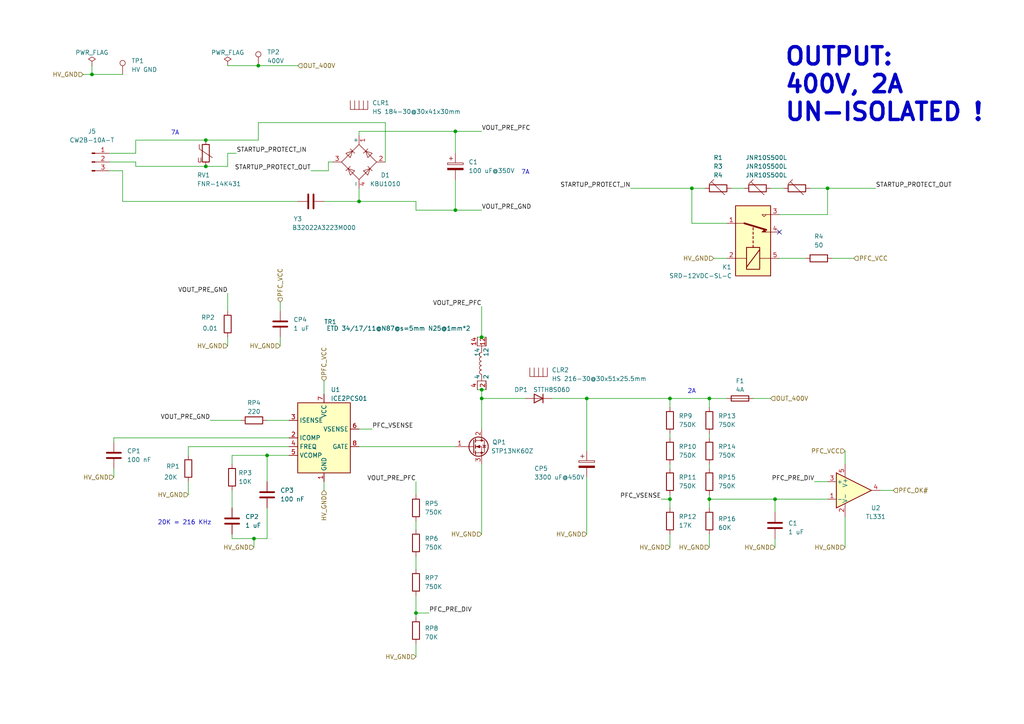
<source format=kicad_sch>
(kicad_sch (version 20230121) (generator eeschema)
  (paper "A4")
  (lib_symbols
    (symbol "Comparator:TL331" (pin_names (offset 0.127))
      (property "Reference" "U" (at 1.27 5.08 0))
      (property "Value" "TL331" (at 3.81 -5.08 0))
      (symbol "TL331_0_1"
        (polyline (pts (xy -5.08 5.08) (xy 5.08 0) (xy -5.08 -5.08) (xy -5.08 5.08)) (stroke (width 0.254)) (fill (type background)))
      )
      (symbol "TL331_1_1"
        (pin input line (at -7.62 -2.54 0) (length 2.54) (name "-") (number "1"))
        (pin power_in line (at -2.54 -7.62 90) (length 3.81) (name "V-") (number "2"))
        (pin input line (at -7.62 2.54 0) (length 2.54) (name "+") (number "3"))
        (pin open_collector line (at 7.62 0 180) (length 2.54) (name "~") (number "4"))
        (pin power_in line (at -2.54 7.62 270) (length 3.81) (name "V+") (number "5"))
      )
    )
    (symbol "Connector:Conn_01x03_Pin" (pin_names (offset 1.016) hide)
      (property "Reference" "J" (at 0 5.08 0))
      (property "Value" "Conn_01x03_Pin" (at 0 -5.08 0))
      (symbol "Conn_01x03_Pin_1_1"
        (polyline (pts (xy 1.27 -2.54) (xy 0.8636 -2.54)) (stroke (width 0.1524)))
        (polyline (pts (xy 1.27 0) (xy 0.8636 0)) (stroke (width 0.1524)))
        (polyline (pts (xy 1.27 2.54) (xy 0.8636 2.54)) (stroke (width 0.1524)))
        (rectangle (start 0.8636 -2.413) (end 0 -2.667) (stroke (width 0.1524)) (fill (type outline)))
        (rectangle (start 0.8636 0.127) (end 0 -0.127) (stroke (width 0.1524)) (fill (type outline)))
        (rectangle (start 0.8636 2.667) (end 0 2.413) (stroke (width 0.1524)) (fill (type outline)))
        (pin passive line (at 5.08 2.54 180) (length 3.81) (name "Pin_1") (number "1"))
        (pin passive line (at 5.08 0 180) (length 3.81) (name "Pin_2") (number "2"))
        (pin passive line (at 5.08 -2.54 180) (length 3.81) (name "Pin_3") (number "3"))
      )
    )
    (symbol "Connector:TestPoint" (pin_numbers hide) (pin_names (offset 0.762) hide)
      (property "Reference" "TP" (at 0 6.858 0))
      (property "Value" "TestPoint" (at 0 5.08 0))
      (symbol "TestPoint_0_1"
        (circle (center 0 3.302) (radius 0.762))
      )
      (symbol "TestPoint_1_1"
        (pin passive line (at 0 0 90) (length 2.54) (name "1") (number "1"))
      )
    )
    (symbol "Device:C" (pin_numbers hide) (pin_names (offset 0.254))
      (property "Reference" "C" (at 0.635 2.54 0))
      (property "Value" "C" (at 0.635 -2.54 0))
      (symbol "C_0_1"
        (polyline (pts (xy -2.032 -0.762) (xy 2.032 -0.762)) (stroke (width 0.508)))
        (polyline (pts (xy -2.032 0.762) (xy 2.032 0.762)) (stroke (width 0.508)))
      )
      (symbol "C_1_1"
        (pin passive line (at 0 3.81 270) (length 2.794) (name "~") (number "1"))
        (pin passive line (at 0 -3.81 90) (length 2.794) (name "~") (number "2"))
      )
    )
    (symbol "Device:C_Polarized" (pin_numbers hide) (pin_names (offset 0.254))
      (property "Reference" "C" (at 0.635 2.54 0))
      (property "Value" "C_Polarized" (at 0.635 -2.54 0))
      (symbol "C_Polarized_0_1"
        (rectangle (start -2.286 0.508) (end 2.286 1.016))
        (polyline (pts (xy -1.778 2.286) (xy -0.762 2.286)))
        (polyline (pts (xy -1.27 2.794) (xy -1.27 1.778)))
        (rectangle (start 2.286 -0.508) (end -2.286 -1.016) (fill (type outline)))
      )
      (symbol "C_Polarized_1_1"
        (pin passive line (at 0 3.81 270) (length 2.794) (name "~") (number "1"))
        (pin passive line (at 0 -3.81 90) (length 2.794) (name "~") (number "2"))
      )
    )
    (symbol "Device:D" (pin_numbers hide) (pin_names (offset 1.016) hide)
      (property "Reference" "D" (at 0 2.54 0))
      (property "Value" "D" (at 0 -2.54 0))
      (symbol "D_0_1"
        (polyline (pts (xy -1.27 1.27) (xy -1.27 -1.27)) (stroke (width 0.254)))
        (polyline (pts (xy 1.27 0) (xy -1.27 0)))
        (polyline (pts (xy 1.27 1.27) (xy 1.27 -1.27) (xy -1.27 0) (xy 1.27 1.27)) (stroke (width 0.254)))
      )
      (symbol "D_1_1"
        (pin passive line (at -3.81 0 0) (length 2.54) (name "K") (number "1"))
        (pin passive line (at 3.81 0 180) (length 2.54) (name "A") (number "2"))
      )
    )
    (symbol "Device:Fuse" (pin_numbers hide) (pin_names (offset 0))
      (property "Reference" "F" (at 2.032 0 90))
      (property "Value" "Fuse" (at -1.905 0 90))
      (symbol "Fuse_0_1"
        (rectangle (start -0.762 -2.54) (end 0.762 2.54) (stroke (width 0.254)))
        (polyline (pts (xy 0 2.54) (xy 0 -2.54)))
      )
      (symbol "Fuse_1_1"
        (pin passive line (at 0 3.81 270) (length 1.27) (name "~") (number "1"))
        (pin passive line (at 0 -3.81 90) (length 1.27) (name "~") (number "2"))
      )
    )
    (symbol "Device:Q_NMOS_GDS" (pin_names (offset 0) hide)
      (property "Reference" "Q" (at 5.08 1.27 0))
      (property "Value" "Q_NMOS_GDS" (at 5.08 -1.27 0))
      (symbol "Q_NMOS_GDS_0_1"
        (polyline (pts (xy 0.254 0) (xy -2.54 0)))
        (polyline (pts (xy 0.254 1.905) (xy 0.254 -1.905)) (stroke (width 0.254)))
        (polyline (pts (xy 0.762 -1.27) (xy 0.762 -2.286)) (stroke (width 0.254)))
        (polyline (pts (xy 0.762 0.508) (xy 0.762 -0.508)) (stroke (width 0.254)))
        (polyline (pts (xy 0.762 2.286) (xy 0.762 1.27)) (stroke (width 0.254)))
        (polyline (pts (xy 2.54 2.54) (xy 2.54 1.778)))
        (polyline (pts (xy 2.54 -2.54) (xy 2.54 0) (xy 0.762 0)))
        (polyline (pts (xy 0.762 -1.778) (xy 3.302 -1.778) (xy 3.302 1.778) (xy 0.762 1.778)))
        (polyline (pts (xy 1.016 0) (xy 2.032 0.381) (xy 2.032 -0.381) (xy 1.016 0)) (fill (type outline)))
        (polyline (pts (xy 2.794 0.508) (xy 2.921 0.381) (xy 3.683 0.381) (xy 3.81 0.254)))
        (polyline (pts (xy 3.302 0.381) (xy 2.921 -0.254) (xy 3.683 -0.254) (xy 3.302 0.381)))
        (circle (center 1.651 0) (radius 2.794) (stroke (width 0.254)))
        (circle (center 2.54 -1.778) (radius 0.254) (fill (type outline)))
        (circle (center 2.54 1.778) (radius 0.254) (fill (type outline)))
      )
      (symbol "Q_NMOS_GDS_1_1"
        (pin input line (at -5.08 0 0) (length 2.54) (name "G") (number "1"))
        (pin passive line (at 2.54 5.08 270) (length 2.54) (name "D") (number "2"))
        (pin passive line (at 2.54 -5.08 90) (length 2.54) (name "S") (number "3"))
      )
    )
    (symbol "Device:R" (pin_numbers hide) (pin_names (offset 0))
      (property "Reference" "R" (at 2.032 0 90))
      (property "Value" "R" (at 0 0 90))
      (symbol "R_0_1"
        (rectangle (start -1.016 -2.54) (end 1.016 2.54) (stroke (width 0.254)))
      )
      (symbol "R_1_1"
        (pin passive line (at 0 3.81 270) (length 1.27) (name "~") (number "1"))
        (pin passive line (at 0 -3.81 90) (length 1.27) (name "~") (number "2"))
      )
    )
    (symbol "Device:R_Trim" (pin_numbers hide) (pin_names (offset 0))
      (property "Reference" "R" (at 2.54 -2.54 90))
      (property "Value" "R_Trim" (at -2.54 -0.635 90))
      (symbol "R_Trim_0_1"
        (rectangle (start -1.016 -2.54) (end 1.016 2.54) (stroke (width 0.254)))
        (polyline (pts (xy -1.905 -1.905) (xy 1.905 1.905) (xy 2.54 1.27) (xy 1.27 2.54)))
      )
      (symbol "R_Trim_1_1"
        (pin passive line (at 0 3.81 270) (length 1.27) (name "~") (number "1"))
        (pin passive line (at 0 -3.81 90) (length 1.27) (name "~") (number "2"))
      )
    )
    (symbol "Device:Varistor" (pin_numbers hide) (pin_names (offset 0))
      (property "Reference" "RV" (at 3.175 0 90))
      (property "Value" "Varistor" (at -3.175 0 90))
      (symbol "Varistor_0_0"
        (text "U" (at -1.778 -2.032 0) (effects (font (size 1.27 1.27))))
      )
      (symbol "Varistor_0_1"
        (rectangle (start -1.016 -2.54) (end 1.016 2.54) (stroke (width 0.254)))
        (polyline (pts (xy -1.905 2.54) (xy -1.905 1.27) (xy 1.905 -1.27)))
      )
      (symbol "Varistor_1_1"
        (pin passive line (at 0 3.81 270) (length 1.27) (name "~") (number "1"))
        (pin passive line (at 0 -3.81 90) (length 1.27) (name "~") (number "2"))
      )
    )
    (symbol "Diode_Bridge:KBU8M" (pin_names (offset 0))
      (property "Reference" "D" (at 2.54 6.985 0))
      (property "Value" "KBU8M" (at 2.54 5.08 0))
      (symbol "KBU8M_0_1"
        (polyline (pts (xy -2.54 3.81) (xy -1.27 2.54)))
        (polyline (pts (xy -1.27 -2.54) (xy -2.54 -3.81)))
        (polyline (pts (xy 2.54 -1.27) (xy 3.81 -2.54)))
        (polyline (pts (xy 2.54 1.27) (xy 3.81 2.54)))
        (polyline (pts (xy -3.81 2.54) (xy -2.54 1.27) (xy -1.905 3.175) (xy -3.81 2.54)))
        (polyline (pts (xy -2.54 -1.27) (xy -3.81 -2.54) (xy -1.905 -3.175) (xy -2.54 -1.27)))
        (polyline (pts (xy 1.27 2.54) (xy 2.54 3.81) (xy 3.175 1.905) (xy 1.27 2.54)))
        (polyline (pts (xy 3.175 -1.905) (xy 1.27 -2.54) (xy 2.54 -3.81) (xy 3.175 -1.905)))
        (polyline (pts (xy -5.08 0) (xy 0 -5.08) (xy 5.08 0) (xy 0 5.08) (xy -5.08 0)))
      )
      (symbol "KBU8M_1_1"
        (pin passive line (at 7.62 0 180) (length 2.54) (name "+") (number "1"))
        (pin passive line (at 0 -7.62 90) (length 2.54) (name "~") (number "2"))
        (pin passive line (at 0 7.62 270) (length 2.54) (name "~") (number "3"))
        (pin passive line (at -7.62 0 0) (length 2.54) (name "-") (number "4"))
      )
    )
    (symbol "My_Library:COOLER"
      (property "Reference" "CLR" (at 0 -1.27 0))
      (property "Value" "COOLER" (at 0 -3.81 0))
      (symbol "COOLER_0_1"
        (polyline (pts (xy -1.27 2.54) (xy -1.27 0)))
        (polyline (pts (xy 0 2.54) (xy 0 0)))
        (polyline (pts (xy 1.27 2.54) (xy 1.27 0)))
        (polyline (pts (xy -2.54 2.54) (xy -2.54 0) (xy 2.54 0) (xy 2.54 2.54)))
      )
    )
    (symbol "My_Library:TR_1x2-8+8"
      (property "Reference" "TR" (at 0 -5.08 0))
      (symbol "TR_1x2-8+8_0_1"
        (arc (start -3.175 -0.0766) (mid -2.54 -0.6396) (end -1.905 -0.0766))
        (arc (start -1.905 -0.0766) (mid -1.27 -0.6396) (end -0.635 -0.0766))
        (arc (start -0.635 -0.0766) (mid 0 -0.6396) (end 0.635 -0.0766))
        (polyline (pts (xy -5.08 0) (xy -3.81 0)))
        (polyline (pts (xy -5.08 1.27) (xy -5.08 -1.27)))
        (polyline (pts (xy -3.81 0) (xy -3.175 0)))
        (polyline (pts (xy 3.175 0) (xy 3.81 0)))
        (polyline (pts (xy 5.08 0) (xy 3.81 0)))
        (polyline (pts (xy 5.08 1.27) (xy 5.08 -1.27)))
        (arc (start 0.635 -0.0766) (mid 1.27 -0.6396) (end 1.905 -0.0766))
        (arc (start 1.905 -0.0766) (mid 2.54 -0.6396) (end 3.175 -0.0766))
      )
      (symbol "TR_1x2-8+8_1_1"
        (pin bidirectional line (at -7.62 1.27 0) (length 2.54) (name "12") (number "12"))
        (pin bidirectional line (at -7.62 -1.27 0) (length 2.54) (name "14") (number "14"))
        (pin bidirectional line (at 7.62 1.27 180) (length 2.54) (name "2") (number "2"))
        (pin bidirectional line (at 7.62 -1.27 180) (length 2.54) (name "4") (number "4"))
      )
    )
    (symbol "Regulator_Controller:ICE2PCS01"
      (property "Reference" "U" (at -7.62 11.43 0))
      (property "Value" "ICE2PCS01" (at 1.27 11.43 0))
      (symbol "ICE2PCS01_0_0"
        (rectangle (start -7.62 10.16) (end 7.62 -10.16) (stroke (width 0.254)) (fill (type background)))
      )
      (symbol "ICE2PCS01_1_1"
        (pin power_in line (at 0 -12.7 90) (length 2.54) (name "GND") (number "1"))
        (pin passive line (at -10.16 0 0) (length 2.54) (name "ICOMP") (number "2"))
        (pin input line (at -10.16 5.08 0) (length 2.54) (name "ISENSE") (number "3"))
        (pin passive line (at -10.16 -2.54 0) (length 2.54) (name "FREQ") (number "4"))
        (pin passive line (at -10.16 -5.08 0) (length 2.54) (name "VCOMP") (number "5"))
        (pin input line (at 10.16 2.54 180) (length 2.54) (name "VSENSE") (number "6"))
        (pin power_in line (at 0 12.7 270) (length 2.54) (name "VCC") (number "7"))
        (pin output line (at 10.16 -2.54 180) (length 2.54) (name "GATE") (number "8"))
      )
    )
    (symbol "Relay:SANYOU_SRD_Form_C"
      (property "Reference" "K" (at 11.43 3.81 0))
      (property "Value" "SANYOU_SRD_Form_C" (at 11.43 1.27 0))
      (symbol "SANYOU_SRD_Form_C_0_0"
        (polyline (pts (xy 7.62 5.08) (xy 7.62 2.54) (xy 6.985 3.175) (xy 7.62 3.81)))
      )
      (symbol "SANYOU_SRD_Form_C_0_1"
        (rectangle (start -10.16 5.08) (end 10.16 -5.08) (stroke (width 0.254)) (fill (type background)))
        (rectangle (start -8.255 1.905) (end -1.905 -1.905) (stroke (width 0.254)))
        (polyline (pts (xy -7.62 -1.905) (xy -2.54 1.905)) (stroke (width 0.254)))
        (polyline (pts (xy -5.08 -5.08) (xy -5.08 -1.905)))
        (polyline (pts (xy -5.08 5.08) (xy -5.08 1.905)))
        (polyline (pts (xy -1.905 0) (xy -1.27 0)) (stroke (width 0.254)))
        (polyline (pts (xy -0.635 0) (xy 0 0)) (stroke (width 0.254)))
        (polyline (pts (xy 0.635 0) (xy 1.27 0)) (stroke (width 0.254)))
        (polyline (pts (xy 1.905 0) (xy 2.54 0)) (stroke (width 0.254)))
        (polyline (pts (xy 3.175 0) (xy 3.81 0)) (stroke (width 0.254)))
        (polyline (pts (xy 5.08 -2.54) (xy 3.175 3.81)) (stroke (width 0.508)))
        (polyline (pts (xy 5.08 -2.54) (xy 5.08 -5.08)))
      )
      (symbol "SANYOU_SRD_Form_C_1_1"
        (polyline (pts (xy 2.54 3.81) (xy 3.175 3.175) (xy 2.54 2.54) (xy 2.54 5.08)) (fill (type outline)))
        (pin passive line (at 5.08 -7.62 90) (length 2.54) (name "~") (number "1"))
        (pin passive line (at -5.08 -7.62 90) (length 2.54) (name "~") (number "2"))
        (pin passive line (at 7.62 7.62 270) (length 2.54) (name "~") (number "3"))
        (pin passive line (at 2.54 7.62 270) (length 2.54) (name "~") (number "4"))
        (pin passive line (at -5.08 7.62 270) (length 2.54) (name "~") (number "5"))
      )
    )
    (symbol "power:PWR_FLAG" (power) (pin_numbers hide) (pin_names (offset 0) hide)
      (property "Value" "PWR_FLAG" (at 0 3.81 0))
      (symbol "PWR_FLAG_0_0"
        (pin power_out line (at 0 0 90) (length 0) (name "pwr") (number "1"))
      )
      (symbol "PWR_FLAG_0_1"
        (polyline (pts (xy 0 0) (xy 0 1.27) (xy -1.016 1.905) (xy 0 2.54) (xy 1.016 1.905) (xy 0 1.27)))
      )
    )
  )
  (junction (at 224.79 144.78))
  (junction (at 104.14 58.42))
  (junction (at 59.69 48.26))
  (junction (at 194.31 144.78))
  (junction (at 240.03 54.61))
  (junction (at 200.66 54.61))
  (junction (at 132.08 38.1))
  (junction (at 139.7 115.57))
  (junction (at 26.67 21.59))
  (junction (at 59.69 40.64))
  (junction (at 205.74 115.57))
  (junction (at 194.31 115.57))
  (junction (at 120.65 177.8))
  (junction (at 139.7 97.79))
  (junction (at 74.93 19.05))
  (junction (at 77.47 132.08))
  (junction (at 73.66 156.21))
  (junction (at 205.74 144.78))
  (junction (at 170.18 115.57))
  (junction (at 132.08 60.96))
  (junction (at 139.7 113.03))
  (no_connect (at 226.06 67.31))
  (wire (pts (xy 33.02 127) (xy 33.02 128.27)))
  (wire (pts (xy 224.79 144.78) (xy 240.03 144.78)))
  (wire (pts (xy 66.04 19.05) (xy 74.93 19.05)))
  (wire (pts (xy 67.31 132.08) (xy 77.47 132.08)))
  (wire (pts (xy 205.74 115.57) (xy 205.74 118.11)))
  (wire (pts (xy 191.77 144.78) (xy 194.31 144.78)))
  (wire (pts (xy 26.67 21.59) (xy 35.56 21.59)))
  (wire (pts (xy 66.04 97.79) (xy 66.04 100.33)))
  (wire (pts (xy 236.22 139.7) (xy 240.03 139.7)))
  (wire (pts (xy 194.31 143.51) (xy 194.31 144.78)))
  (wire (pts (xy 139.7 113.03) (xy 138.43 113.03)))
  (wire (pts (xy 245.11 149.86) (xy 245.11 158.75)))
  (wire (pts (xy 218.44 115.57) (xy 223.52 115.57)))
  (wire (pts (xy 120.65 139.7) (xy 120.65 143.51)))
  (wire (pts (xy 93.98 139.7) (xy 93.98 142.24)))
  (wire (pts (xy 200.66 54.61) (xy 204.47 54.61)))
  (wire (pts (xy 226.06 62.23) (xy 240.03 62.23)))
  (wire (pts (xy 31.75 44.45) (xy 39.37 44.45)))
  (wire (pts (xy 104.14 38.1) (xy 104.14 39.37)))
  (wire (pts (xy 194.31 115.57) (xy 194.31 118.11)))
  (wire (pts (xy 132.08 38.1) (xy 139.7 38.1)))
  (wire (pts (xy 77.47 132.08) (xy 83.82 132.08)))
  (wire (pts (xy 39.37 46.99) (xy 39.37 48.26)))
  (wire (pts (xy 95.25 49.53) (xy 95.25 46.99)))
  (wire (pts (xy 139.7 115.57) (xy 152.4 115.57)))
  (wire (pts (xy 205.74 115.57) (xy 210.82 115.57)))
  (wire (pts (xy 224.79 156.21) (xy 224.79 158.75)))
  (wire (pts (xy 59.69 48.26) (xy 66.04 48.26)))
  (wire (pts (xy 74.93 35.56) (xy 74.93 40.64)))
  (wire (pts (xy 104.14 58.42) (xy 120.65 58.42)))
  (wire (pts (xy 139.7 115.57) (xy 139.7 124.46)))
  (wire (pts (xy 224.79 144.78) (xy 224.79 148.59)))
  (wire (pts (xy 26.67 21.59) (xy 26.67 19.05)))
  (wire (pts (xy 73.66 156.21) (xy 73.66 158.75)))
  (wire (pts (xy 139.7 97.79) (xy 140.97 97.79)))
  (wire (pts (xy 54.61 129.54) (xy 54.61 132.08)))
  (wire (pts (xy 66.04 44.45) (xy 68.58 44.45)))
  (wire (pts (xy 74.93 19.05) (xy 86.36 19.05)))
  (wire (pts (xy 139.7 60.96) (xy 132.08 60.96)))
  (wire (pts (xy 200.66 64.77) (xy 210.82 64.77)))
  (wire (pts (xy 170.18 115.57) (xy 194.31 115.57)))
  (wire (pts (xy 39.37 40.64) (xy 59.69 40.64)))
  (wire (pts (xy 120.65 172.72) (xy 120.65 177.8)))
  (wire (pts (xy 194.31 115.57) (xy 205.74 115.57)))
  (wire (pts (xy 223.52 54.61) (xy 227.33 54.61)))
  (wire (pts (xy 205.74 144.78) (xy 224.79 144.78)))
  (wire (pts (xy 234.95 54.61) (xy 240.03 54.61)))
  (wire (pts (xy 35.56 58.42) (xy 86.36 58.42)))
  (wire (pts (xy 194.31 134.62) (xy 194.31 135.89)))
  (wire (pts (xy 67.31 156.21) (xy 73.66 156.21)))
  (wire (pts (xy 205.74 144.78) (xy 205.74 147.32)))
  (wire (pts (xy 139.7 134.62) (xy 139.7 154.94)))
  (wire (pts (xy 111.76 35.56) (xy 74.93 35.56)))
  (wire (pts (xy 104.14 129.54) (xy 132.08 129.54)))
  (wire (pts (xy 33.02 135.89) (xy 33.02 138.43)))
  (wire (pts (xy 54.61 139.7) (xy 54.61 143.51)))
  (wire (pts (xy 245.11 130.81) (xy 245.11 134.62)))
  (wire (pts (xy 81.28 87.63) (xy 81.28 90.17)))
  (wire (pts (xy 67.31 142.24) (xy 67.31 147.32)))
  (wire (pts (xy 24.13 21.59) (xy 26.67 21.59)))
  (wire (pts (xy 120.65 58.42) (xy 120.65 60.96)))
  (wire (pts (xy 31.75 46.99) (xy 39.37 46.99)))
  (wire (pts (xy 67.31 154.94) (xy 67.31 156.21)))
  (wire (pts (xy 104.14 58.42) (xy 104.14 54.61)))
  (wire (pts (xy 93.98 58.42) (xy 104.14 58.42)))
  (wire (pts (xy 66.04 85.09) (xy 66.04 90.17)))
  (wire (pts (xy 60.96 121.92) (xy 69.85 121.92)))
  (wire (pts (xy 194.31 154.94) (xy 194.31 158.75)))
  (wire (pts (xy 120.65 60.96) (xy 132.08 60.96)))
  (wire (pts (xy 200.66 54.61) (xy 200.66 64.77)))
  (wire (pts (xy 67.31 134.62) (xy 67.31 132.08)))
  (wire (pts (xy 66.04 44.45) (xy 66.04 48.26)))
  (wire (pts (xy 205.74 154.94) (xy 205.74 158.75)))
  (wire (pts (xy 212.09 54.61) (xy 215.9 54.61)))
  (wire (pts (xy 90.17 49.53) (xy 95.25 49.53)))
  (wire (pts (xy 182.88 54.61) (xy 200.66 54.61)))
  (wire (pts (xy 120.65 177.8) (xy 120.65 179.07)))
  (wire (pts (xy 170.18 138.43) (xy 170.18 154.94)))
  (wire (pts (xy 81.28 97.79) (xy 81.28 100.33)))
  (wire (pts (xy 73.66 156.21) (xy 77.47 156.21)))
  (wire (pts (xy 205.74 125.73) (xy 205.74 127)))
  (wire (pts (xy 93.98 110.49) (xy 93.98 114.3)))
  (wire (pts (xy 104.14 124.46) (xy 107.95 124.46)))
  (wire (pts (xy 160.02 115.57) (xy 170.18 115.57)))
  (wire (pts (xy 139.7 113.03) (xy 139.7 115.57)))
  (wire (pts (xy 132.08 52.07) (xy 132.08 60.96)))
  (wire (pts (xy 241.3 74.93) (xy 247.65 74.93)))
  (wire (pts (xy 35.56 49.53) (xy 35.56 58.42)))
  (wire (pts (xy 31.75 49.53) (xy 35.56 49.53)))
  (wire (pts (xy 240.03 54.61) (xy 254 54.61)))
  (wire (pts (xy 139.7 88.9) (xy 139.7 97.79)))
  (wire (pts (xy 205.74 134.62) (xy 205.74 135.89)))
  (wire (pts (xy 194.31 144.78) (xy 194.31 147.32)))
  (wire (pts (xy 59.69 40.64) (xy 74.93 40.64)))
  (wire (pts (xy 39.37 40.64) (xy 39.37 44.45)))
  (wire (pts (xy 54.61 129.54) (xy 83.82 129.54)))
  (wire (pts (xy 77.47 156.21) (xy 77.47 147.32)))
  (wire (pts (xy 120.65 161.29) (xy 120.65 165.1)))
  (wire (pts (xy 77.47 132.08) (xy 77.47 139.7)))
  (wire (pts (xy 205.74 143.51) (xy 205.74 144.78)))
  (wire (pts (xy 138.43 97.79) (xy 139.7 97.79)))
  (wire (pts (xy 226.06 74.93) (xy 233.68 74.93)))
  (wire (pts (xy 255.27 142.24) (xy 259.08 142.24)))
  (wire (pts (xy 104.14 38.1) (xy 132.08 38.1)))
  (wire (pts (xy 132.08 38.1) (xy 132.08 44.45)))
  (wire (pts (xy 39.37 48.26) (xy 59.69 48.26)))
  (wire (pts (xy 207.01 74.93) (xy 210.82 74.93)))
  (wire (pts (xy 120.65 186.69) (xy 120.65 190.5)))
  (wire (pts (xy 240.03 62.23) (xy 240.03 54.61)))
  (wire (pts (xy 95.25 46.99) (xy 96.52 46.99)))
  (wire (pts (xy 139.7 113.03) (xy 140.97 113.03)))
  (wire (pts (xy 194.31 125.73) (xy 194.31 127)))
  (wire (pts (xy 83.82 127) (xy 33.02 127)))
  (wire (pts (xy 77.47 121.92) (xy 83.82 121.92)))
  (wire (pts (xy 120.65 151.13) (xy 120.65 153.67)))
  (wire (pts (xy 111.76 46.99) (xy 111.76 35.56)))
  (wire (pts (xy 170.18 115.57) (xy 170.18 130.81)))
  (wire (pts (xy 120.65 177.8) (xy 124.46 177.8)))
  (text "7A" (at 49.53 39.37 0) (effects (font (size 1.27 1.27)) (justify left bottom)))
  (text "20K = 216 KHz" (at 45.72 152.4 0) (effects (font (size 1.27 1.27)) (justify left bottom)))
  (text "OUTPUT:\n400V, 2A\nUN-ISOLATED !" (at 227.33 35.56 0) (effects (font (size 5 5) (thickness 1) bold) (justify left bottom)))
  (text "2A" (at 199.39 114.3 0) (effects (font (size 1.27 1.27)) (justify left bottom)))
  (text "7A" (at 151.13 50.8 0) (effects (font (size 1.27 1.27)) (justify left bottom)))
  (label "VOUT_PRE_PFC" (at 120.65 139.7 180))
  (label "PFC_PRE_DIV" (at 236.22 139.7 180))
  (label "STARTUP_PROTECT_OUT" (at 254 54.61 0))
  (label "VOUT_PRE_GND" (at 60.96 121.92 180))
  (label "PFC_PRE_DIV" (at 124.46 177.8 0))
  (label "STARTUP_PROTECT_IN" (at 182.88 54.61 180))
  (label "VOUT_PRE_PFC" (at 139.7 38.1 0))
  (label "PFC_VSENSE" (at 191.77 144.78 180))
  (label "VOUT_PRE_GND" (at 66.04 85.09 180))
  (label "VOUT_PRE_GND" (at 139.7 60.96 0))
  (label "PFC_VSENSE" (at 107.95 124.46 0))
  (label "STARTUP_PROTECT_OUT" (at 90.17 49.53 180))
  (label "VOUT_PRE_PFC" (at 139.7 88.9 180))
  (label "STARTUP_PROTECT_IN" (at 68.58 44.45 0))
  (hierarchical_label "HV_GND" (shape input) (at 205.74 158.75 180))
  (hierarchical_label "PFC_VCC" (shape input) (at 245.11 130.81 180))
  (hierarchical_label "HV_GND" (shape input) (at 66.04 100.33 180))
  (hierarchical_label "HV_GND" (shape input) (at 194.31 158.75 180))
  (hierarchical_label "PFC_VCC" (shape input) (at 247.65 74.93 0))
  (hierarchical_label "PFC_VCC" (shape input) (at 81.28 87.63 90))
  (hierarchical_label "OUT_400V" (shape input) (at 86.36 19.05 0))
  (hierarchical_label "HV_GND" (shape input) (at 24.13 21.59 180))
  (hierarchical_label "HV_GND" (shape input) (at 245.11 158.75 180))
  (hierarchical_label "HV_GND" (shape input) (at 224.79 158.75 180))
  (hierarchical_label "HV_GND" (shape input) (at 33.02 138.43 180))
  (hierarchical_label "HV_GND" (shape input) (at 54.61 143.51 180))
  (hierarchical_label "PFC_VCC" (shape input) (at 93.98 110.49 90))
  (hierarchical_label "HV_GND" (shape input) (at 120.65 190.5 180))
  (hierarchical_label "HV_GND" (shape input) (at 170.18 154.94 180))
  (hierarchical_label "OUT_400V" (shape input) (at 223.52 115.57 0))
  (hierarchical_label "HV_GND" (shape input) (at 81.28 100.33 180))
  (hierarchical_label "PFC_OK#" (shape input) (at 259.08 142.24 0))
  (hierarchical_label "HV_GND" (shape input) (at 139.7 154.94 180))
  (hierarchical_label "HV_GND" (shape input) (at 93.98 142.24 270))
  (hierarchical_label "HV_GND" (shape input) (at 207.01 74.93 180))
  (hierarchical_label "HV_GND" (shape input) (at 73.66 158.75 180))
  (symbol (lib_id "Device:Varistor") (at 59.69 44.45 0) (unit 1)
    (property "Reference" "RV1" (at 57.15 50.8 0) (effects (justify left)))
    (property "Value" "FNR-14K431" (at 57.15 53.34 0) (effects (justify left)))
    (property "Footprint" "Resistor_THT:R_Radial_Power_L16.1mm_W9.0mm_P7.37mm" (effects hide))
    (property "Sim.Name" "kicad_builtin_varistor" (effects hide))
    (property "Sim.Device" "SUBCKT" (effects hide))
    (property "Sim.Pins" "1=A 2=B" (effects hide))
    (property "Sim.Params" "threshold=1k" (effects hide))
    (property "Sim.Library" "${KICAD7_SYMBOL_DIR}/Simulation_SPICE.sp" (effects hide))
  )
  (symbol (lib_id "My_Library:TR_1x2-8+8") (at 139.7 105.41 270) (unit 1)
    (property "Reference" "TR1" (at 93.98 93.345 90) (effects (justify left)))
    (property "Value" "ETD 34/17/11@N87@s=5mm N25@1mm*2" (at 115.57 95.25 90))
    (property "Footprint" "Library:ETD34_7x7_vertical" (effects hide))
  )
  (symbol (lib_id "Device:R") (at 194.31 139.7 0) (unit 1)
    (property "Reference" "RP11" (at 196.85 138.43 0) (effects (justify left)))
    (property "Value" "750K" (at 196.85 140.97 0) (effects (justify left)))
    (property "Footprint" "Resistor_SMD:R_0805_2012Metric" (effects hide))
  )
  (symbol (lib_id "Connector:Conn_01x03_Pin") (at 26.67 46.99 0) (unit 1)
    (property "Reference" "J5" (at 26.67 38.1 0))
    (property "Value" "CW2B-10A-T" (at 26.67 40.64 0))
    (property "Footprint" "Connector_Wire:SolderWire-1.5sqmm_1x03_P7.8mm_D1.7mm_OD3.9mm" (effects hide))
    (instances (project "supply" (path "" (reference "J5") (unit 1))) (project "3dprinter_module_kicad" (path "" (reference "J1") (unit 1))))
  )
  (symbol (lib_id "Device:R") (at 67.31 138.43 0) (unit 1)
    (property "Reference" "RP3" (at 71.12 137.16 0))
    (property "Value" "10K" (at 71.12 139.7 0))
    (property "Footprint" "Resistor_SMD:R_0805_2012Metric" (effects hide))
  )
  (symbol (lib_id "Regulator_Controller:ICE2PCS01") (at 93.98 127 0) (unit 1)
    (property "Reference" "U1" (at 95.9359 113.03 0) (effects (justify left)))
    (property "Value" "ICE2PCS01" (at 95.9359 115.57 0) (effects (justify left)))
    (property "Footprint" "Package_SO:SO-8_3.9x4.9mm_P1.27mm" (effects hide))
    (property "Datasheet" "https://www.infineon.com/dgdl/Infineon-ICE2PCS01-DS-v02_03-en.pdf?fileId=db3a304412b407950112b427caa43ccf" (effects hide))
  )
  (symbol (lib_id "Device:D") (at 156.21 115.57 180) (unit 1)
    (property "Reference" "DP1" (at 151.13 113.03 0))
    (property "Value" "STTH8S06D" (at 160.02 113.03 0))
    (property "Footprint" "Package_TO_SOT_THT:TO-220-2_Vertical" (effects hide))
    (property "Sim.Device" "D" (effects hide))
    (property "Sim.Pins" "1=K 2=A" (effects hide))
  )
  (symbol (lib_id "My_Library:COOLER") (at 104.14 31.75 0) (unit 1)
    (property "Reference" "CLR1" (at 107.95 29.845 0) (effects (justify left)))
    (property "Value" "HS 184-30@30х41х30mm" (at 107.95 32.385 0) (effects (justify left)))
    (property "Footprint" "Library:HS-184-30" (effects hide))
  )
  (symbol (lib_id "Device:Fuse") (at 214.63 115.57 90) (unit 1)
    (property "Reference" "F1" (at 214.63 110.49 90))
    (property "Value" "4A" (at 214.63 113.03 90))
    (property "Footprint" "Library:FuseHolder1808" (effects hide))
  )
  (symbol (lib_id "Device:C") (at 77.47 143.51 0) (unit 1)
    (property "Reference" "CP3" (at 81.28 142.24 0) (effects (justify left)))
    (property "Value" "100 nF" (at 81.28 144.78 0) (effects (justify left)))
    (property "Footprint" "Capacitor_SMD:C_0603_1608Metric" (effects hide))
  )
  (symbol (lib_id "Device:R_Trim") (at 208.28 54.61 90) (unit 1)
    (property "Reference" "R1" (at 208.28 45.72 90))
    (property "Value" "JNR10S500L" (at 222.25 45.72 90))
    (property "Footprint" "Resistor_THT:R_Axial_DIN0411_L9.9mm_D3.6mm_P7.62mm_Vertical" (effects hide))
  )
  (symbol (lib_id "Device:R") (at 205.74 121.92 0) (unit 1)
    (property "Reference" "RP13" (at 208.28 120.65 0) (effects (justify left)))
    (property "Value" "750K" (at 208.28 123.19 0) (effects (justify left)))
    (property "Footprint" "Resistor_SMD:R_0805_2012Metric" (effects hide))
  )
  (symbol (lib_id "Device:R") (at 205.74 130.81 0) (unit 1)
    (property "Reference" "RP14" (at 208.28 129.54 0) (effects (justify left)))
    (property "Value" "750K" (at 208.28 132.08 0) (effects (justify left)))
    (property "Footprint" "Resistor_SMD:R_0805_2012Metric" (effects hide))
  )
  (symbol (lib_id "Device:R") (at 66.04 93.98 0) (unit 1)
    (property "Reference" "RP2" (at 60.325 92.075 0))
    (property "Value" "0.01" (at 60.96 95.25 0))
    (property "Footprint" "Resistor_SMD:R_2512_6332Metric" (effects hide))
  )
  (symbol (lib_id "Device:Q_NMOS_GDS") (at 137.16 129.54 0) (unit 1)
    (property "Reference" "QP1" (at 144.78 128.27 0))
    (property "Value" "STP13NK60Z" (at 148.59 130.81 0))
    (property "Footprint" "Package_TO_SOT_THT:TO-220-3_Vertical" (effects hide))
    (property "Datasheet" "https://static.chipdip.ru/lib/905/DOC012905018.pdf" (effects hide))
  )
  (symbol (lib_id "Device:R") (at 120.65 147.32 0) (unit 1)
    (property "Reference" "RP5" (at 123.19 146.05 0) (effects (justify left)))
    (property "Value" "750K" (at 123.19 148.59 0) (effects (justify left)))
    (property "Footprint" "Resistor_SMD:R_0805_2012Metric" (effects hide))
  )
  (symbol (lib_id "Device:R") (at 205.74 139.7 0) (unit 1)
    (property "Reference" "RP15" (at 208.28 138.43 0) (effects (justify left)))
    (property "Value" "750K" (at 208.28 140.97 0) (effects (justify left)))
    (property "Footprint" "Resistor_SMD:R_0805_2012Metric" (effects hide))
  )
  (symbol (lib_id "Device:R_Trim") (at 219.71 54.61 90) (unit 1)
    (property "Reference" "R3" (at 208.28 48.26 90))
    (property "Value" "JNR10S500L" (at 222.25 48.26 90))
    (property "Footprint" "Resistor_THT:R_Axial_DIN0411_L9.9mm_D3.6mm_P7.62mm_Vertical" (effects hide))
    (instances (project "supply" (path "" (reference "R3") (unit 1)) (path "" (reference "R2") (unit 1))))
  )
  (symbol (lib_id "Device:C_Polarized") (at 170.18 134.62 0) (unit 1)
    (property "Reference" "CP5" (at 154.94 135.89 0) (effects (justify left)))
    (property "Value" "3300 uF@450V" (at 154.94 138.43 0) (effects (justify left)))
    (property "Footprint" "Connector_Wire:SolderWire-1.5sqmm_1x02_P6mm_D1.7mm_OD3mm" (effects hide))
  )
  (symbol (lib_id "Device:R_Trim") (at 231.14 54.61 90) (unit 1)
    (property "Reference" "R4" (at 208.28 50.8 90))
    (property "Value" "JNR10S500L" (at 222.25 50.8 90))
    (property "Footprint" "Resistor_THT:R_Axial_DIN0411_L9.9mm_D3.6mm_P7.62mm_Vertical" (effects hide))
    (instances (project "supply" (path "" (reference "R4") (unit 1)) (path "" (reference "R3") (unit 1))))
  )
  (symbol (lib_id "Device:R") (at 194.31 151.13 0) (unit 1)
    (property "Reference" "RP12" (at 196.85 149.86 0) (effects (justify left)))
    (property "Value" "17K" (at 196.85 152.4 0) (effects (justify left)))
    (property "Footprint" "Resistor_SMD:R_0805_2012Metric" (effects hide))
  )
  (symbol (lib_id "Diode_Bridge:KBU8M") (at 104.14 46.99 90) (unit 1)
    (property "Reference" "D1" (at 111.76 50.8 90))
    (property "Value" "KBU1010" (at 111.76 53.34 90))
    (property "Footprint" "Diode_THT:Diode_Bridge_Vishay_KBU" (effects hide))
    (property "Datasheet" "http://www.vishay.com/docs/88656/kbu8.pdf" (effects hide))
  )
  (symbol (lib_id "Device:C") (at 33.02 132.08 0) (unit 1)
    (property "Reference" "CP1" (at 36.83 130.81 0) (effects (justify left)))
    (property "Value" "100 nF" (at 36.83 133.35 0) (effects (justify left)))
    (property "Footprint" "Capacitor_SMD:C_0603_1608Metric" (effects hide))
  )
  (symbol (lib_id "Device:R") (at 120.65 168.91 0) (unit 1)
    (property "Reference" "RP7" (at 123.19 167.64 0) (effects (justify left)))
    (property "Value" "750K" (at 123.19 170.18 0) (effects (justify left)))
    (property "Footprint" "Resistor_SMD:R_0805_2012Metric" (effects hide))
  )
  (symbol (lib_id "Comparator:TL331") (at 247.65 142.24 0) (unit 1)
    (property "Reference" "U2" (at 254 147.32 0))
    (property "Value" "TL331" (at 254 149.86 0))
    (property "Footprint" "Package_TO_SOT_SMD:SOT-23-5" (effects hide))
    (property "Datasheet" "http://www.ti.com/lit/ds/symlink/tl331.pdf" (effects hide))
  )
  (symbol (lib_id "power:PWR_FLAG") (at 26.67 19.05 0) (unit 1)
    (property "Reference" "#FLG03" (effects hide))
    (property "Value" "PWR_FLAG" (at 26.67 15.24 0))
  )
  (symbol (lib_id "Device:R") (at 120.65 182.88 0) (unit 1)
    (property "Reference" "RP8" (at 123.19 182.245 0) (effects (justify left)))
    (property "Value" "70K" (at 123.19 184.785 0) (effects (justify left)))
    (property "Footprint" "Resistor_SMD:R_0805_2012Metric" (effects hide))
  )
  (symbol (lib_id "Device:C") (at 224.79 152.4 0) (unit 1)
    (property "Reference" "C1" (at 228.6 151.765 0) (effects (justify left)))
    (property "Value" "1 uF" (at 228.6 154.305 0) (effects (justify left)))
    (property "Footprint" "Capacitor_SMD:C_0603_1608Metric" (effects hide))
    (instances (project "supply" (path "" (reference "C1") (unit 1)) (path "" (reference "C2") (unit 1))))
  )
  (symbol (lib_id "Device:C") (at 81.28 93.98 0) (unit 1)
    (property "Reference" "CP4" (at 85.09 92.71 0) (effects (justify left)))
    (property "Value" "1 uF" (at 85.09 95.25 0) (effects (justify left)))
    (property "Footprint" "Capacitor_SMD:C_0603_1608Metric" (effects hide))
  )
  (symbol (lib_id "Device:C") (at 90.17 58.42 90) (unit 1)
    (property "Reference" "Y3" (at 86.36 63.5 90))
    (property "Value" "B32022A3223M000" (at 93.98 66.04 90))
    (property "Footprint" "Capacitor_THT:C_Rect_L18.0mm_W6.0mm_P15.00mm_FKS3_FKP3" (effects hide))
    (instances (project "supply" (path "" (reference "Y3") (unit 1)) (path "" (reference "Y1") (unit 1))))
  )
  (symbol (lib_id "Device:R") (at 237.49 74.93 90) (unit 1)
    (property "Reference" "R4" (at 237.49 68.58 90))
    (property "Value" "50" (at 237.49 71.12 90))
    (property "Footprint" "Resistor_SMD:R_0805_2012Metric" (effects hide))
  )
  (symbol (lib_id "Device:R") (at 54.61 135.89 0) (unit 1)
    (property "Reference" "RP1" (at 50.165 135.255 0))
    (property "Value" "20K" (at 49.53 138.43 0))
    (property "Footprint" "Resistor_SMD:R_0805_2012Metric" (effects hide))
  )
  (symbol (lib_id "Relay:SANYOU_SRD_Form_C") (at 218.44 69.85 270) (mirror x) (unit 1)
    (property "Reference" "K1" (at 210.82 77.47 90))
    (property "Value" "SRD-12VDC-SL-C" (at 203.2 80.01 90))
    (property "Footprint" "Relay_THT:Relay_SPDT_SANYOU_SRD_Series_Form_C" (effects hide))
    (property "Datasheet" "http://www.sanyourelay.ca/public/products/pdf/SRD.pdf" (effects hide))
  )
  (symbol (lib_id "Connector:TestPoint") (at 74.93 19.05 0) (unit 1)
    (property "Reference" "TP2" (at 77.47 15.113 0) (effects (justify left)))
    (property "Value" "400V" (at 77.47 17.653 0) (effects (justify left)))
    (property "Footprint" "TestPoint:TestPoint_Pad_2.0x2.0mm" (effects hide))
  )
  (symbol (lib_id "My_Library:COOLER") (at 156.21 109.22 0) (unit 1)
    (property "Reference" "CLR2" (at 160.02 107.315 0) (effects (justify left)))
    (property "Value" "HS 216-30@30х51х25.5mm" (at 160.02 109.855 0) (effects (justify left)))
    (property "Footprint" "Library:HS 216-30" (effects hide))
  )
  (symbol (lib_id "Connector:TestPoint") (at 35.56 21.59 0) (unit 1)
    (property "Reference" "TP1" (at 38.1 17.653 0) (effects (justify left)))
    (property "Value" "HV GND" (at 38.1 20.193 0) (effects (justify left)))
    (property "Footprint" "TestPoint:TestPoint_THTPad_3.0x3.0mm_Drill1.5mm" (effects hide))
  )
  (symbol (lib_id "Device:R") (at 120.65 157.48 0) (unit 1)
    (property "Reference" "RP6" (at 123.19 156.21 0) (effects (justify left)))
    (property "Value" "750K" (at 123.19 158.75 0) (effects (justify left)))
    (property "Footprint" "Resistor_SMD:R_0805_2012Metric" (effects hide))
  )
  (symbol (lib_id "Device:C_Polarized") (at 132.08 48.26 0) (unit 1)
    (property "Reference" "C1" (at 135.89 46.99 0) (effects (justify left)))
    (property "Value" "100 uF@350V" (at 135.89 49.53 0) (effects (justify left)))
    (property "Footprint" "Capacitor_THT:CP_Radial_D18.0mm_P7.50mm" (effects hide))
  )
  (symbol (lib_id "power:PWR_FLAG") (at 66.04 19.05 0) (unit 1)
    (property "Reference" "#FLG04" (effects hide))
    (property "Value" "PWR_FLAG" (at 66.04 15.24 0))
  )
  (symbol (lib_id "Device:R") (at 73.66 121.92 270) (unit 1)
    (property "Reference" "RP4" (at 73.66 116.84 90))
    (property "Value" "220" (at 73.66 119.38 90))
    (property "Footprint" "Resistor_SMD:R_0805_2012Metric" (effects hide))
  )
  (symbol (lib_id "Device:C") (at 67.31 151.13 0) (unit 1)
    (property "Reference" "CP2" (at 71.12 149.86 0) (effects (justify left)))
    (property "Value" "1 uF" (at 71.12 152.4 0) (effects (justify left)))
    (property "Footprint" "Capacitor_SMD:C_0603_1608Metric" (effects hide))
  )
  (symbol (lib_id "Device:R") (at 194.31 121.92 0) (unit 1)
    (property "Reference" "RP9" (at 196.85 120.65 0) (effects (justify left)))
    (property "Value" "750K" (at 196.85 123.19 0) (effects (justify left)))
    (property "Footprint" "Resistor_SMD:R_0805_2012Metric" (effects hide))
  )
  (symbol (lib_id "Device:R") (at 205.74 151.13 0) (unit 1)
    (property "Reference" "RP16" (at 208.28 150.495 0) (effects (justify left)))
    (property "Value" "60K" (at 208.28 153.035 0) (effects (justify left)))
    (property "Footprint" "Resistor_SMD:R_0805_2012Metric" (effects hide))
  )
  (symbol (lib_id "Device:R") (at 194.31 130.81 0) (unit 1)
    (property "Reference" "RP10" (at 196.85 129.54 0) (effects (justify left)))
    (property "Value" "750K" (at 196.85 132.08 0) (effects (justify left)))
    (property "Footprint" "Resistor_SMD:R_0805_2012Metric" (effects hide))
  )
)
</source>
